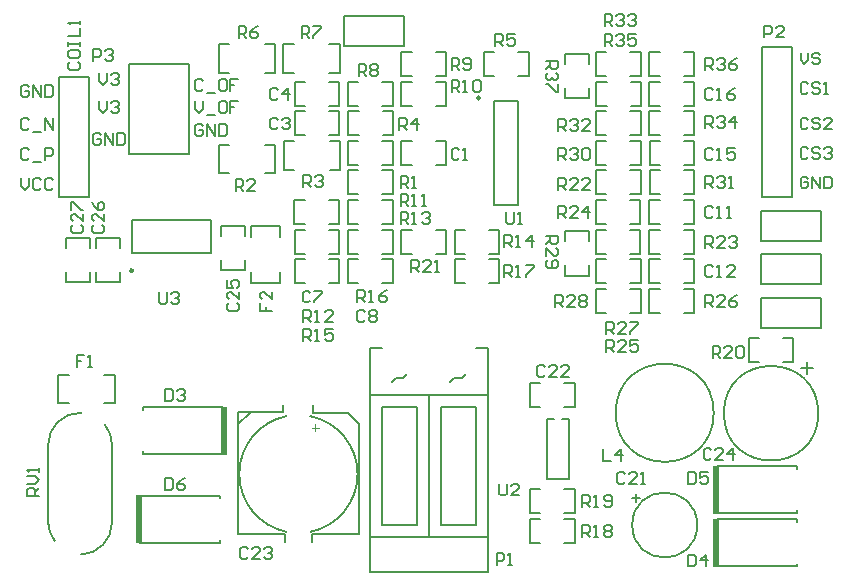
<source format=gto>
G04 Layer_Color=65535*
%FSLAX44Y44*%
%MOMM*%
G71*
G01*
G75*
%ADD37C,0.1778*%
%ADD38C,0.2500*%
%ADD39C,0.2000*%
%ADD40C,0.1270*%
%ADD41C,0.1500*%
%ADD42C,0.1016*%
%ADD43R,0.5080X4.1656*%
D37*
X680080Y134620D02*
G03*
X680080Y134620I-40000J0D01*
G01*
X591500Y135000D02*
G03*
X591500Y135000I-41500J0D01*
G01*
X465720Y401364D02*
Y410000D01*
Y401364D02*
X475880D01*
X486040D01*
Y410000D01*
Y430320D02*
Y438956D01*
X475880D02*
X486040D01*
X465720D02*
X475880D01*
X465720Y430320D02*
Y438956D01*
X566040Y419840D02*
X574676D01*
Y430000D01*
Y440160D01*
X566040D02*
X574676D01*
X537084D02*
X545720D01*
X537084Y430000D02*
Y440160D01*
Y419840D02*
Y430000D01*
Y419840D02*
X545720D01*
X621284Y198120D02*
X629920D01*
X621284Y187960D02*
Y198120D01*
Y177800D02*
Y187960D01*
Y177800D02*
X629920D01*
X650240D02*
X658876D01*
Y187960D01*
Y198120D01*
X650240D02*
X658876D01*
X436204Y70160D02*
X444840D01*
X436204Y60000D02*
Y70160D01*
Y49840D02*
Y60000D01*
Y49840D02*
X444840D01*
X465160D02*
X473796D01*
Y60000D01*
Y70160D01*
X465160D02*
X473796D01*
X465160Y24840D02*
X473796D01*
Y35000D01*
Y45160D01*
X465160D02*
X473796D01*
X436204D02*
X444840D01*
X436204Y35000D02*
Y45160D01*
Y24840D02*
Y35000D01*
Y24840D02*
X444840D01*
X75500Y142900D02*
X84500D01*
Y167100D01*
X75500D02*
X84500D01*
X36500D02*
X45500D01*
X36500Y142900D02*
Y167100D01*
Y142900D02*
X45500D01*
X661750Y50061D02*
Y52346D01*
X593932Y50061D02*
X661750D01*
X593932Y89939D02*
X661750D01*
Y87654D02*
Y89939D01*
Y5061D02*
Y7346D01*
X593932Y5061D02*
X661750D01*
X593932Y44939D02*
X661750D01*
Y42654D02*
Y44939D01*
X108250Y137654D02*
Y139939D01*
X176068D01*
X108250Y100061D02*
X176068D01*
X108250D02*
Y102346D01*
X63500Y274320D02*
Y282956D01*
X53340D02*
X63500D01*
X43180D02*
X53340D01*
X43180Y274320D02*
Y282956D01*
Y245364D02*
Y254000D01*
Y245364D02*
X53340D01*
X63500D01*
Y254000D01*
X88900Y274320D02*
Y282956D01*
X78740D02*
X88900D01*
X68580D02*
X78740D01*
X68580Y274320D02*
Y282956D01*
Y245364D02*
Y254000D01*
Y245364D02*
X78740D01*
X88900D01*
Y254000D01*
X173990Y255524D02*
Y264160D01*
Y255524D02*
X184150D01*
X194310D01*
Y264160D01*
Y284480D02*
Y293116D01*
X184150D02*
X194310D01*
X173990D02*
X184150D01*
X173990Y284480D02*
Y293116D01*
X436204Y160160D02*
X444840D01*
X436204Y150000D02*
Y160160D01*
Y139840D02*
Y150000D01*
Y139840D02*
X444840D01*
X465160D02*
X473796D01*
Y150000D01*
Y160160D01*
X465160D02*
X473796D01*
X537084Y415160D02*
X545720D01*
X537084Y405000D02*
Y415160D01*
Y394840D02*
Y405000D01*
Y394840D02*
X545720D01*
X566040D02*
X574676D01*
Y405000D01*
Y415160D01*
X566040D02*
X574676D01*
X537244Y365160D02*
X545880D01*
X537244Y355000D02*
Y365160D01*
Y344840D02*
Y355000D01*
Y344840D02*
X545880D01*
X566200D02*
X574836D01*
Y355000D01*
Y365160D01*
X566200D02*
X574836D01*
X265430Y294640D02*
X274066D01*
Y304800D01*
Y314960D01*
X265430D02*
X274066D01*
X236474D02*
X245110D01*
X236474Y304800D02*
Y314960D01*
Y294640D02*
Y304800D01*
Y294640D02*
X245110D01*
X521200Y394840D02*
X529836D01*
Y405000D01*
Y415160D01*
X521200D02*
X529836D01*
X492244D02*
X500880D01*
X492244Y405000D02*
Y415160D01*
Y394840D02*
Y405000D01*
Y394840D02*
X500880D01*
X566040Y369840D02*
X574676D01*
Y380000D01*
Y390160D01*
X566040D02*
X574676D01*
X537084D02*
X545720D01*
X537084Y380000D02*
Y390160D01*
Y369840D02*
Y380000D01*
Y369840D02*
X545720D01*
X492084Y440160D02*
X500720D01*
X492084Y430000D02*
Y440160D01*
Y419840D02*
Y430000D01*
Y419840D02*
X500720D01*
X521040D02*
X529676D01*
Y430000D01*
Y440160D01*
X521040D02*
X529676D01*
X521040Y369840D02*
X529676D01*
Y380000D01*
Y390160D01*
X521040D02*
X529676D01*
X492084D02*
X500720D01*
X492084Y380000D02*
Y390160D01*
Y369840D02*
Y380000D01*
Y369840D02*
X500720D01*
X566200Y319840D02*
X574836D01*
Y330000D01*
Y340160D01*
X566200D02*
X574836D01*
X537244D02*
X545880D01*
X537244Y330000D02*
Y340160D01*
Y319840D02*
Y330000D01*
Y319840D02*
X545880D01*
X521040Y344840D02*
X529676D01*
Y355000D01*
Y365160D01*
X521040D02*
X529676D01*
X492084D02*
X500720D01*
X492084Y355000D02*
Y365160D01*
Y344840D02*
Y355000D01*
Y344840D02*
X500720D01*
X486040Y280160D02*
Y288796D01*
X475880D02*
X486040D01*
X465720D02*
X475880D01*
X465720Y280160D02*
Y288796D01*
Y251204D02*
Y259840D01*
Y251204D02*
X475880D01*
X486040D01*
Y259840D01*
X492084Y240160D02*
X500720D01*
X492084Y230000D02*
Y240160D01*
Y219840D02*
Y230000D01*
Y219840D02*
X500720D01*
X521040D02*
X529676D01*
Y230000D01*
Y240160D01*
X521040D02*
X529676D01*
X520880Y269840D02*
X529516D01*
Y280000D01*
Y290160D01*
X520880D02*
X529516D01*
X491924D02*
X500560D01*
X491924Y280000D02*
Y290160D01*
Y269840D02*
Y280000D01*
Y269840D02*
X500560D01*
X566040Y219840D02*
X574676D01*
Y230000D01*
Y240160D01*
X566040D02*
X574676D01*
X537084D02*
X545720D01*
X537084Y230000D02*
Y240160D01*
Y219840D02*
Y230000D01*
Y219840D02*
X545720D01*
X492084Y265160D02*
X500720D01*
X492084Y255000D02*
Y265160D01*
Y244840D02*
Y255000D01*
Y244840D02*
X500720D01*
X521040D02*
X529676D01*
Y255000D01*
Y265160D01*
X521040D02*
X529676D01*
X520880Y294840D02*
X529516D01*
Y305000D01*
Y315160D01*
X520880D02*
X529516D01*
X491924D02*
X500560D01*
X491924Y305000D02*
Y315160D01*
Y294840D02*
Y305000D01*
Y294840D02*
X500560D01*
X566040Y269840D02*
X574676D01*
Y280000D01*
Y290160D01*
X566040D02*
X574676D01*
X537084D02*
X545720D01*
X537084Y280000D02*
Y290160D01*
Y269840D02*
Y280000D01*
Y269840D02*
X545720D01*
X521040Y319840D02*
X529676D01*
Y330000D01*
Y340160D01*
X521040D02*
X529676D01*
X492084D02*
X500720D01*
X492084Y330000D02*
Y340160D01*
Y319840D02*
Y330000D01*
Y319840D02*
X500720D01*
X327084Y290160D02*
X335720D01*
X327084Y280000D02*
Y290160D01*
Y269840D02*
Y280000D01*
Y269840D02*
X335720D01*
X356040D02*
X364676D01*
Y280000D01*
Y290160D01*
X356040D02*
X364676D01*
X372084Y265160D02*
X380720D01*
X372084Y255000D02*
Y265160D01*
Y244840D02*
Y255000D01*
Y244840D02*
X380720D01*
X401040D02*
X409676D01*
Y255000D01*
Y265160D01*
X401040D02*
X409676D01*
X282084Y290160D02*
X290720D01*
X282084Y280000D02*
Y290160D01*
Y269840D02*
Y280000D01*
Y269840D02*
X290720D01*
X311040D02*
X319676D01*
Y280000D01*
Y290160D01*
X311040D02*
X319676D01*
X372084D02*
X380720D01*
X372084Y280000D02*
Y290160D01*
Y269840D02*
Y280000D01*
Y269840D02*
X380720D01*
X401040D02*
X409676D01*
Y280000D01*
Y290160D01*
X401040D02*
X409676D01*
X282084Y315160D02*
X290720D01*
X282084Y305000D02*
Y315160D01*
Y294840D02*
Y305000D01*
Y294840D02*
X290720D01*
X311040D02*
X319676D01*
Y305000D01*
Y315160D01*
X311040D02*
X319676D01*
X236924Y290160D02*
X245560D01*
X236924Y280000D02*
Y290160D01*
Y269840D02*
Y280000D01*
Y269840D02*
X245560D01*
X265880D02*
X274516D01*
Y280000D01*
Y290160D01*
X265880D02*
X274516D01*
X282084Y340160D02*
X290720D01*
X282084Y330000D02*
Y340160D01*
Y319840D02*
Y330000D01*
Y319840D02*
X290720D01*
X311040D02*
X319676D01*
Y330000D01*
Y340160D01*
X311040D02*
X319676D01*
X327084Y415160D02*
X335720D01*
X327084Y405000D02*
Y415160D01*
Y394840D02*
Y405000D01*
Y394840D02*
X335720D01*
X356040D02*
X364676D01*
Y405000D01*
Y415160D01*
X356040D02*
X364676D01*
X327084Y440160D02*
X335720D01*
X327084Y430000D02*
Y440160D01*
Y419840D02*
Y430000D01*
Y419840D02*
X335720D01*
X356040D02*
X364676D01*
Y430000D01*
Y440160D01*
X356040D02*
X364676D01*
X282084Y415160D02*
X290720D01*
X282084Y405000D02*
Y415160D01*
Y394840D02*
Y405000D01*
Y394840D02*
X290720D01*
X311040D02*
X319676D01*
Y405000D01*
Y415160D01*
X311040D02*
X319676D01*
X226880Y447100D02*
X235880D01*
X226880Y422900D02*
Y447100D01*
Y422900D02*
X235880D01*
X265880D02*
X274880D01*
Y447100D01*
X265880D02*
X274880D01*
X172380D02*
X181380D01*
X172380Y422900D02*
Y447100D01*
Y422900D02*
X181380D01*
X211380D02*
X220380D01*
Y447100D01*
X211380D02*
X220380D01*
X397244Y440160D02*
X405880D01*
X397244Y430000D02*
Y440160D01*
Y419840D02*
Y430000D01*
Y419840D02*
X405880D01*
X426200D02*
X434836D01*
Y430000D01*
Y440160D01*
X426200D02*
X434836D01*
X282244Y390160D02*
X290880D01*
X282244Y380000D02*
Y390160D01*
Y369840D02*
Y380000D01*
Y369840D02*
X290880D01*
X311200D02*
X319836D01*
Y380000D01*
Y390160D01*
X311200D02*
X319836D01*
X227460Y365160D02*
X236460D01*
X227460Y340960D02*
Y365160D01*
Y340960D02*
X236460D01*
X266460D02*
X275460D01*
Y365160D01*
X266460D02*
X275460D01*
X172380Y362100D02*
X181380D01*
X172380Y337900D02*
Y362100D01*
Y337900D02*
X181380D01*
X211380D02*
X220380D01*
Y362100D01*
X211380D02*
X220380D01*
X282084Y365160D02*
X290720D01*
X282084Y355000D02*
Y365160D01*
Y344840D02*
Y355000D01*
Y344840D02*
X290720D01*
X311040D02*
X319676D01*
Y355000D01*
Y365160D01*
X311040D02*
X319676D01*
X537084Y265160D02*
X545720D01*
X537084Y255000D02*
Y265160D01*
Y244840D02*
Y255000D01*
Y244840D02*
X545720D01*
X566040D02*
X574676D01*
Y255000D01*
Y265160D01*
X566040D02*
X574676D01*
X537084Y315160D02*
X545720D01*
X537084Y305000D02*
Y315160D01*
Y294840D02*
Y305000D01*
Y294840D02*
X545720D01*
X566040D02*
X574676D01*
Y305000D01*
Y315160D01*
X566040D02*
X574676D01*
X282084Y265160D02*
X290720D01*
X282084Y255000D02*
Y265160D01*
Y244840D02*
Y255000D01*
Y244840D02*
X290720D01*
X311040D02*
X319676D01*
Y255000D01*
Y265160D01*
X311040D02*
X319676D01*
X266040Y394840D02*
X274676D01*
Y405000D01*
Y415160D01*
X266040D02*
X274676D01*
X237084D02*
X245720D01*
X237084Y405000D02*
Y415160D01*
Y394840D02*
Y405000D01*
Y394840D02*
X245720D01*
X265880Y369840D02*
X274516D01*
Y380000D01*
Y390160D01*
X265880D02*
X274516D01*
X236924D02*
X245560D01*
X236924Y380000D02*
Y390160D01*
Y369840D02*
Y380000D01*
Y369840D02*
X245560D01*
X356040Y344840D02*
X364676D01*
Y355000D01*
Y365160D01*
X356040D02*
X364676D01*
X327084D02*
X335720D01*
X327084Y355000D02*
Y365160D01*
Y344840D02*
Y355000D01*
Y344840D02*
X335720D01*
X236924Y265160D02*
X245560D01*
X236924Y255000D02*
Y265160D01*
Y244840D02*
Y255000D01*
Y244840D02*
X245560D01*
X265880D02*
X274516D01*
Y255000D01*
Y265160D01*
X265880D02*
X274516D01*
X199990Y245240D02*
Y254240D01*
Y245240D02*
X224190D01*
Y254240D01*
Y284240D02*
Y293240D01*
X199990D02*
X224190D01*
X199990Y284240D02*
Y293240D01*
X173850Y25061D02*
Y27346D01*
X106032Y25061D02*
X173850D01*
X106032Y64939D02*
X173850D01*
Y62654D02*
Y64939D01*
X522060Y62858D02*
X528831D01*
X525446Y66244D02*
Y59473D01*
D38*
X393630Y401600D02*
G03*
X393630Y401600I-1250J0D01*
G01*
X99830Y255480D02*
G03*
X99830Y255480I-1250J0D01*
G01*
D39*
X577500Y40000D02*
G03*
X577500Y40000I-27500J0D01*
G01*
X28000Y42000D02*
G03*
X33530Y26640I26980J1038D01*
G01*
X56038Y15020D02*
G03*
X82000Y42000I-1038J26980D01*
G01*
Y108000D02*
G03*
X75986Y124988I-27000J0D01*
G01*
X55999Y134981D02*
G03*
X28000Y108000I-999J-26981D01*
G01*
X681990Y243840D02*
Y269240D01*
X631190Y243840D02*
X681990D01*
X631190D02*
Y269240D01*
X681990D01*
Y280670D02*
Y306070D01*
X631190Y280670D02*
X681990D01*
X631190D02*
Y306070D01*
X681990D01*
X278130Y445770D02*
Y471170D01*
X328930D01*
Y445770D02*
Y471170D01*
X278130Y445770D02*
X328930D01*
X405880Y311000D02*
X425880D01*
X405880Y399000D02*
X425880D01*
Y311000D02*
Y399000D01*
X405880Y311000D02*
Y399000D01*
X681990Y207010D02*
Y232410D01*
X631190Y207010D02*
X681990D01*
X631190D02*
Y232410D01*
X681990D01*
X36830Y418900D02*
X62230D01*
Y317300D02*
Y418900D01*
X36830Y317300D02*
Y418900D01*
Y317300D02*
X62230D01*
X632300Y444300D02*
X657700D01*
Y317300D02*
Y444300D01*
X632300Y317300D02*
Y444300D01*
Y317300D02*
X657700D01*
X96520Y354330D02*
Y403013D01*
Y354330D02*
Y430530D01*
X147320Y354330D02*
Y430530D01*
X96520D02*
X147320D01*
X96520Y354330D02*
X147320D01*
X462675Y129450D02*
X469290D01*
Y78650D02*
Y129450D01*
X450240Y78650D02*
X469290D01*
X450240D02*
Y129450D01*
X456325D01*
X98580Y270480D02*
X165580D01*
X98580Y298480D02*
X165580D01*
X98580Y270480D02*
Y298480D01*
X165580Y270480D02*
Y298480D01*
X82000Y42000D02*
Y108000D01*
X28000Y42000D02*
Y108000D01*
X368300Y161441D02*
X371632Y164774D01*
X378297D01*
X381629Y168106D01*
X318770Y161441D02*
X322102Y164774D01*
X328767D01*
X332099Y168106D01*
D40*
X249806Y34151D02*
G03*
X249806Y132209I-9806J49029D01*
G01*
X230000Y132238D02*
G03*
X230000Y34180I9806J-49029D01*
G01*
X300400Y30000D02*
X400400D01*
X350400D02*
Y150000D01*
X390400Y190000D02*
X400400D01*
X300400D02*
X310400D01*
X300400Y0D02*
Y190000D01*
Y0D02*
X400400D01*
Y190000D01*
X300400Y150000D02*
X400400D01*
X310400Y40000D02*
Y140000D01*
X340400D01*
Y40000D02*
Y140000D01*
X310400Y40000D02*
X340400D01*
X360400D02*
X390400D01*
Y140000D01*
X360400D02*
X390400D01*
X360400Y40000D02*
Y140000D01*
X188500Y32430D02*
Y135430D01*
X188500Y135430D01*
X227250D01*
X198500D02*
X227250D01*
X207000Y135430D02*
X207000Y135430D01*
X227250D01*
X188500Y125180D02*
X198500Y135180D01*
X213500Y135430D02*
X227250D01*
X228250Y25680D02*
Y32430D01*
X281500Y135180D02*
X291500Y125180D01*
X252250Y135180D02*
X281500D01*
X227250Y135430D02*
Y141930D01*
X252250Y135430D02*
Y141930D01*
X188500Y32430D02*
X228250D01*
X228250Y32430D01*
X291500D02*
Y125180D01*
X251750Y25430D02*
Y32430D01*
X291500D01*
X197164Y19761D02*
X195498Y21427D01*
X192166D01*
X190500Y19761D01*
Y13096D01*
X192166Y11430D01*
X195498D01*
X197164Y13096D01*
X207161Y11430D02*
X200497D01*
X207161Y18095D01*
Y19761D01*
X205495Y21427D01*
X202163D01*
X200497Y19761D01*
X210494D02*
X212160Y21427D01*
X215492D01*
X217158Y19761D01*
Y18095D01*
X215492Y16428D01*
X213826D01*
X215492D01*
X217158Y14762D01*
Y13096D01*
X215492Y11430D01*
X212160D01*
X210494Y13096D01*
X497840Y103977D02*
Y93980D01*
X504505D01*
X512835D02*
Y103977D01*
X507837Y98978D01*
X514501D01*
X376235Y357581D02*
X374568Y359247D01*
X371236D01*
X369570Y357581D01*
Y350916D01*
X371236Y349250D01*
X374568D01*
X376235Y350916D01*
X379567Y349250D02*
X382899D01*
X381233D01*
Y359247D01*
X379567Y357581D01*
X222544Y383331D02*
X220878Y384997D01*
X217546D01*
X215880Y383331D01*
Y376666D01*
X217546Y375000D01*
X220878D01*
X222544Y376666D01*
X225877Y383331D02*
X227543Y384997D01*
X230875D01*
X232541Y383331D01*
Y381665D01*
X230875Y379998D01*
X229209D01*
X230875D01*
X232541Y378332D01*
Y376666D01*
X230875Y375000D01*
X227543D01*
X225877Y376666D01*
X222544Y408331D02*
X220878Y409997D01*
X217546D01*
X215880Y408331D01*
Y401666D01*
X217546Y400000D01*
X220878D01*
X222544Y401666D01*
X230875Y400000D02*
Y409997D01*
X225877Y404998D01*
X232541D01*
X296224Y220421D02*
X294558Y222087D01*
X291226D01*
X289560Y220421D01*
Y213756D01*
X291226Y212090D01*
X294558D01*
X296224Y213756D01*
X299557Y220421D02*
X301223Y222087D01*
X304555D01*
X306221Y220421D01*
Y218755D01*
X304555Y217088D01*
X306221Y215422D01*
Y213756D01*
X304555Y212090D01*
X301223D01*
X299557Y213756D01*
Y215422D01*
X301223Y217088D01*
X299557Y218755D01*
Y220421D01*
X301223Y217088D02*
X304555D01*
X590864Y308051D02*
X589198Y309717D01*
X585866D01*
X584200Y308051D01*
Y301386D01*
X585866Y299720D01*
X589198D01*
X590864Y301386D01*
X594197Y299720D02*
X597529D01*
X595863D01*
Y309717D01*
X594197Y308051D01*
X602527Y299720D02*
X605860D01*
X604194D01*
Y309717D01*
X602527Y308051D01*
X590864Y258521D02*
X589198Y260187D01*
X585866D01*
X584200Y258521D01*
Y251856D01*
X585866Y250190D01*
X589198D01*
X590864Y251856D01*
X594197Y250190D02*
X597529D01*
X595863D01*
Y260187D01*
X594197Y258521D01*
X609192Y250190D02*
X602527D01*
X609192Y256854D01*
Y258521D01*
X607526Y260187D01*
X604194D01*
X602527Y258521D01*
X46279Y432114D02*
X44613Y430448D01*
Y427116D01*
X46279Y425450D01*
X52944D01*
X54610Y427116D01*
Y430448D01*
X52944Y432114D01*
X44613Y440445D02*
Y437113D01*
X46279Y435447D01*
X52944D01*
X54610Y437113D01*
Y440445D01*
X52944Y442111D01*
X46279D01*
X44613Y440445D01*
Y445444D02*
Y448776D01*
Y447110D01*
X54610D01*
Y445444D01*
Y448776D01*
X44613Y453774D02*
X54610D01*
Y460439D01*
Y463771D02*
Y467103D01*
Y465437D01*
X44613D01*
X46279Y463771D01*
X326390Y325120D02*
Y335117D01*
X331388D01*
X333055Y333451D01*
Y330118D01*
X331388Y328452D01*
X326390D01*
X329722D02*
X333055Y325120D01*
X336387D02*
X339719D01*
X338053D01*
Y335117D01*
X336387Y333451D01*
X186690Y322580D02*
Y332577D01*
X191688D01*
X193354Y330911D01*
Y327578D01*
X191688Y325912D01*
X186690D01*
X190022D02*
X193354Y322580D01*
X203351D02*
X196687D01*
X203351Y329244D01*
Y330911D01*
X201685Y332577D01*
X198353D01*
X196687Y330911D01*
X243840Y326390D02*
Y336387D01*
X248838D01*
X250504Y334721D01*
Y331388D01*
X248838Y329722D01*
X243840D01*
X247172D02*
X250504Y326390D01*
X253837Y334721D02*
X255503Y336387D01*
X258835D01*
X260501Y334721D01*
Y333055D01*
X258835Y331388D01*
X257169D01*
X258835D01*
X260501Y329722D01*
Y328056D01*
X258835Y326390D01*
X255503D01*
X253837Y328056D01*
X325120Y374650D02*
Y384647D01*
X330118D01*
X331785Y382981D01*
Y379648D01*
X330118Y377982D01*
X325120D01*
X328452D02*
X331785Y374650D01*
X340115D02*
Y384647D01*
X335117Y379648D01*
X341781D01*
X406400Y445770D02*
Y455767D01*
X411398D01*
X413064Y454101D01*
Y450768D01*
X411398Y449102D01*
X406400D01*
X409732D02*
X413064Y445770D01*
X423061Y455767D02*
X416397D01*
Y450768D01*
X419729Y452435D01*
X421395D01*
X423061Y450768D01*
Y447436D01*
X421395Y445770D01*
X418063D01*
X416397Y447436D01*
X189230Y452120D02*
Y462117D01*
X194228D01*
X195895Y460451D01*
Y457118D01*
X194228Y455452D01*
X189230D01*
X192562D02*
X195895Y452120D01*
X205891Y462117D02*
X202559Y460451D01*
X199227Y457118D01*
Y453786D01*
X200893Y452120D01*
X204225D01*
X205891Y453786D01*
Y455452D01*
X204225Y457118D01*
X199227D01*
X242570Y452120D02*
Y462117D01*
X247568D01*
X249235Y460451D01*
Y457118D01*
X247568Y455452D01*
X242570D01*
X245902D02*
X249235Y452120D01*
X252567Y462117D02*
X259231D01*
Y460451D01*
X252567Y453786D01*
Y452120D01*
X290830Y420370D02*
Y430367D01*
X295828D01*
X297495Y428701D01*
Y425368D01*
X295828Y423702D01*
X290830D01*
X294162D02*
X297495Y420370D01*
X300827Y428701D02*
X302493Y430367D01*
X305825D01*
X307491Y428701D01*
Y427034D01*
X305825Y425368D01*
X307491Y423702D01*
Y422036D01*
X305825Y420370D01*
X302493D01*
X300827Y422036D01*
Y423702D01*
X302493Y425368D01*
X300827Y427034D01*
Y428701D01*
X302493Y425368D02*
X305825D01*
X369570Y425450D02*
Y435447D01*
X374568D01*
X376235Y433781D01*
Y430448D01*
X374568Y428782D01*
X369570D01*
X372902D02*
X376235Y425450D01*
X379567Y427116D02*
X381233Y425450D01*
X384565D01*
X386231Y427116D01*
Y433781D01*
X384565Y435447D01*
X381233D01*
X379567Y433781D01*
Y432114D01*
X381233Y430448D01*
X386231D01*
X369570Y406400D02*
Y416397D01*
X374568D01*
X376235Y414731D01*
Y411398D01*
X374568Y409732D01*
X369570D01*
X372902D02*
X376235Y406400D01*
X379567D02*
X382899D01*
X381233D01*
Y416397D01*
X379567Y414731D01*
X387897D02*
X389564Y416397D01*
X392896D01*
X394562Y414731D01*
Y408066D01*
X392896Y406400D01*
X389564D01*
X387897Y408066D01*
Y414731D01*
X326390Y309880D02*
Y319877D01*
X331388D01*
X333055Y318211D01*
Y314878D01*
X331388Y313212D01*
X326390D01*
X329722D02*
X333055Y309880D01*
X336387D02*
X339719D01*
X338053D01*
Y319877D01*
X336387Y318211D01*
X344717Y309880D02*
X348050D01*
X346384D01*
Y319877D01*
X344717Y318211D01*
X243840Y212090D02*
Y222087D01*
X248838D01*
X250504Y220421D01*
Y217088D01*
X248838Y215422D01*
X243840D01*
X247172D02*
X250504Y212090D01*
X253837D02*
X257169D01*
X255503D01*
Y222087D01*
X253837Y220421D01*
X268832Y212090D02*
X262167D01*
X268832Y218755D01*
Y220421D01*
X267166Y222087D01*
X263834D01*
X262167Y220421D01*
X326390Y294640D02*
Y304637D01*
X331388D01*
X333055Y302971D01*
Y299638D01*
X331388Y297972D01*
X326390D01*
X329722D02*
X333055Y294640D01*
X336387D02*
X339719D01*
X338053D01*
Y304637D01*
X336387Y302971D01*
X344717D02*
X346384Y304637D01*
X349716D01*
X351382Y302971D01*
Y301304D01*
X349716Y299638D01*
X348050D01*
X349716D01*
X351382Y297972D01*
Y296306D01*
X349716Y294640D01*
X346384D01*
X344717Y296306D01*
X414020Y275590D02*
Y285587D01*
X419018D01*
X420685Y283921D01*
Y280588D01*
X419018Y278922D01*
X414020D01*
X417352D02*
X420685Y275590D01*
X424017D02*
X427349D01*
X425683D01*
Y285587D01*
X424017Y283921D01*
X437346Y275590D02*
Y285587D01*
X432347Y280588D01*
X439012D01*
X289560Y228600D02*
Y238597D01*
X294558D01*
X296224Y236931D01*
Y233598D01*
X294558Y231932D01*
X289560D01*
X292892D02*
X296224Y228600D01*
X299557D02*
X302889D01*
X301223D01*
Y238597D01*
X299557Y236931D01*
X314552Y238597D02*
X311220Y236931D01*
X307887Y233598D01*
Y230266D01*
X309554Y228600D01*
X312886D01*
X314552Y230266D01*
Y231932D01*
X312886Y233598D01*
X307887D01*
X414020Y250190D02*
Y260187D01*
X419018D01*
X420685Y258521D01*
Y255188D01*
X419018Y253522D01*
X414020D01*
X417352D02*
X420685Y250190D01*
X424017D02*
X427349D01*
X425683D01*
Y260187D01*
X424017Y258521D01*
X432347Y260187D02*
X439012D01*
Y258521D01*
X432347Y251856D01*
Y250190D01*
X335280Y254000D02*
Y263997D01*
X340278D01*
X341945Y262331D01*
Y258998D01*
X340278Y257332D01*
X335280D01*
X338612D02*
X341945Y254000D01*
X351941D02*
X345277D01*
X351941Y260665D01*
Y262331D01*
X350275Y263997D01*
X346943D01*
X345277Y262331D01*
X355274Y254000D02*
X358606D01*
X356940D01*
Y263997D01*
X355274Y262331D01*
X459740Y323850D02*
Y333847D01*
X464738D01*
X466404Y332181D01*
Y328848D01*
X464738Y327182D01*
X459740D01*
X463072D02*
X466404Y323850D01*
X476401D02*
X469737D01*
X476401Y330514D01*
Y332181D01*
X474735Y333847D01*
X471403D01*
X469737Y332181D01*
X486398Y323850D02*
X479734D01*
X486398Y330514D01*
Y332181D01*
X484732Y333847D01*
X481400D01*
X479734Y332181D01*
X584200Y274320D02*
Y284317D01*
X589198D01*
X590864Y282651D01*
Y279318D01*
X589198Y277652D01*
X584200D01*
X587532D02*
X590864Y274320D01*
X600861D02*
X594197D01*
X600861Y280984D01*
Y282651D01*
X599195Y284317D01*
X595863D01*
X594197Y282651D01*
X604194D02*
X605860Y284317D01*
X609192D01*
X610858Y282651D01*
Y280984D01*
X609192Y279318D01*
X607526D01*
X609192D01*
X610858Y277652D01*
Y275986D01*
X609192Y274320D01*
X605860D01*
X604194Y275986D01*
X459740Y299720D02*
Y309717D01*
X464738D01*
X466404Y308051D01*
Y304718D01*
X464738Y303052D01*
X459740D01*
X463072D02*
X466404Y299720D01*
X476401D02*
X469737D01*
X476401Y306385D01*
Y308051D01*
X474735Y309717D01*
X471403D01*
X469737Y308051D01*
X484732Y299720D02*
Y309717D01*
X479734Y304718D01*
X486398D01*
X500380Y186690D02*
Y196687D01*
X505378D01*
X507044Y195021D01*
Y191688D01*
X505378Y190022D01*
X500380D01*
X503712D02*
X507044Y186690D01*
X517041D02*
X510377D01*
X517041Y193354D01*
Y195021D01*
X515375Y196687D01*
X512043D01*
X510377Y195021D01*
X527038Y196687D02*
X520374D01*
Y191688D01*
X523706Y193354D01*
X525372D01*
X527038Y191688D01*
Y188356D01*
X525372Y186690D01*
X522040D01*
X520374Y188356D01*
X584200Y224790D02*
Y234787D01*
X589198D01*
X590864Y233121D01*
Y229788D01*
X589198Y228122D01*
X584200D01*
X587532D02*
X590864Y224790D01*
X600861D02*
X594197D01*
X600861Y231455D01*
Y233121D01*
X599195Y234787D01*
X595863D01*
X594197Y233121D01*
X610858Y234787D02*
X607526Y233121D01*
X604194Y229788D01*
Y226456D01*
X605860Y224790D01*
X609192D01*
X610858Y226456D01*
Y228122D01*
X609192Y229788D01*
X604194D01*
X500380Y201930D02*
Y211927D01*
X505378D01*
X507044Y210261D01*
Y206928D01*
X505378Y205262D01*
X500380D01*
X503712D02*
X507044Y201930D01*
X517041D02*
X510377D01*
X517041Y208594D01*
Y210261D01*
X515375Y211927D01*
X512043D01*
X510377Y210261D01*
X520374Y211927D02*
X527038D01*
Y210261D01*
X520374Y203596D01*
Y201930D01*
X457200Y224790D02*
Y234787D01*
X462198D01*
X463865Y233121D01*
Y229788D01*
X462198Y228122D01*
X457200D01*
X460532D02*
X463865Y224790D01*
X473861D02*
X467197D01*
X473861Y231455D01*
Y233121D01*
X472195Y234787D01*
X468863D01*
X467197Y233121D01*
X477194D02*
X478860Y234787D01*
X482192D01*
X483858Y233121D01*
Y231455D01*
X482192Y229788D01*
X483858Y228122D01*
Y226456D01*
X482192Y224790D01*
X478860D01*
X477194Y226456D01*
Y228122D01*
X478860Y229788D01*
X477194Y231455D01*
Y233121D01*
X478860Y229788D02*
X482192D01*
X449580Y284480D02*
X459577D01*
Y279482D01*
X457911Y277815D01*
X454578D01*
X452912Y279482D01*
Y284480D01*
Y281148D02*
X449580Y277815D01*
Y267819D02*
Y274483D01*
X456245Y267819D01*
X457911D01*
X459577Y269485D01*
Y272817D01*
X457911Y274483D01*
X451246Y264486D02*
X449580Y262820D01*
Y259488D01*
X451246Y257822D01*
X457911D01*
X459577Y259488D01*
Y262820D01*
X457911Y264486D01*
X456245D01*
X454578Y262820D01*
Y257822D01*
X459740Y349250D02*
Y359247D01*
X464738D01*
X466404Y357581D01*
Y354248D01*
X464738Y352582D01*
X459740D01*
X463072D02*
X466404Y349250D01*
X469737Y357581D02*
X471403Y359247D01*
X474735D01*
X476401Y357581D01*
Y355914D01*
X474735Y354248D01*
X473069D01*
X474735D01*
X476401Y352582D01*
Y350916D01*
X474735Y349250D01*
X471403D01*
X469737Y350916D01*
X479734Y357581D02*
X481400Y359247D01*
X484732D01*
X486398Y357581D01*
Y350916D01*
X484732Y349250D01*
X481400D01*
X479734Y350916D01*
Y357581D01*
X584200Y325120D02*
Y335117D01*
X589198D01*
X590864Y333451D01*
Y330118D01*
X589198Y328452D01*
X584200D01*
X587532D02*
X590864Y325120D01*
X594197Y333451D02*
X595863Y335117D01*
X599195D01*
X600861Y333451D01*
Y331785D01*
X599195Y330118D01*
X597529D01*
X599195D01*
X600861Y328452D01*
Y326786D01*
X599195Y325120D01*
X595863D01*
X594197Y326786D01*
X604194Y325120D02*
X607526D01*
X605860D01*
Y335117D01*
X604194Y333451D01*
X459740Y373380D02*
Y383377D01*
X464738D01*
X466404Y381711D01*
Y378378D01*
X464738Y376712D01*
X459740D01*
X463072D02*
X466404Y373380D01*
X469737Y381711D02*
X471403Y383377D01*
X474735D01*
X476401Y381711D01*
Y380045D01*
X474735Y378378D01*
X473069D01*
X474735D01*
X476401Y376712D01*
Y375046D01*
X474735Y373380D01*
X471403D01*
X469737Y375046D01*
X486398Y373380D02*
X479734D01*
X486398Y380045D01*
Y381711D01*
X484732Y383377D01*
X481400D01*
X479734Y381711D01*
X499110Y462280D02*
Y472277D01*
X504108D01*
X505774Y470611D01*
Y467278D01*
X504108Y465612D01*
X499110D01*
X502442D02*
X505774Y462280D01*
X509107Y470611D02*
X510773Y472277D01*
X514105D01*
X515771Y470611D01*
Y468945D01*
X514105Y467278D01*
X512439D01*
X514105D01*
X515771Y465612D01*
Y463946D01*
X514105Y462280D01*
X510773D01*
X509107Y463946D01*
X519104Y470611D02*
X520770Y472277D01*
X524102D01*
X525768Y470611D01*
Y468945D01*
X524102Y467278D01*
X522436D01*
X524102D01*
X525768Y465612D01*
Y463946D01*
X524102Y462280D01*
X520770D01*
X519104Y463946D01*
X584200Y375920D02*
Y385917D01*
X589198D01*
X590864Y384251D01*
Y380918D01*
X589198Y379252D01*
X584200D01*
X587532D02*
X590864Y375920D01*
X594197Y384251D02*
X595863Y385917D01*
X599195D01*
X600861Y384251D01*
Y382584D01*
X599195Y380918D01*
X597529D01*
X599195D01*
X600861Y379252D01*
Y377586D01*
X599195Y375920D01*
X595863D01*
X594197Y377586D01*
X609192Y375920D02*
Y385917D01*
X604194Y380918D01*
X610858D01*
X499110Y445770D02*
Y455767D01*
X504108D01*
X505774Y454101D01*
Y450768D01*
X504108Y449102D01*
X499110D01*
X502442D02*
X505774Y445770D01*
X509107Y454101D02*
X510773Y455767D01*
X514105D01*
X515771Y454101D01*
Y452435D01*
X514105Y450768D01*
X512439D01*
X514105D01*
X515771Y449102D01*
Y447436D01*
X514105Y445770D01*
X510773D01*
X509107Y447436D01*
X525768Y455767D02*
X519104D01*
Y450768D01*
X522436Y452435D01*
X524102D01*
X525768Y450768D01*
Y447436D01*
X524102Y445770D01*
X520770D01*
X519104Y447436D01*
X415880Y304997D02*
Y296666D01*
X417546Y295000D01*
X420878D01*
X422545Y296666D01*
Y304997D01*
X425877Y295000D02*
X429209D01*
X427543D01*
Y304997D01*
X425877Y303331D01*
X250054Y236731D02*
X248388Y238397D01*
X245056D01*
X243390Y236731D01*
Y230066D01*
X245056Y228400D01*
X248388D01*
X250054Y230066D01*
X253387Y238397D02*
X260051D01*
Y236731D01*
X253387Y230066D01*
Y228400D01*
X590864Y357581D02*
X589198Y359247D01*
X585866D01*
X584200Y357581D01*
Y350916D01*
X585866Y349250D01*
X589198D01*
X590864Y350916D01*
X594197Y349250D02*
X597529D01*
X595863D01*
Y359247D01*
X594197Y357581D01*
X609192Y359247D02*
X602527D01*
Y354248D01*
X605860Y355914D01*
X607526D01*
X609192Y354248D01*
Y350916D01*
X607526Y349250D01*
X604194D01*
X602527Y350916D01*
X590864Y408381D02*
X589198Y410047D01*
X585866D01*
X584200Y408381D01*
Y401716D01*
X585866Y400050D01*
X589198D01*
X590864Y401716D01*
X594197Y400050D02*
X597529D01*
X595863D01*
Y410047D01*
X594197Y408381D01*
X609192Y410047D02*
X605860Y408381D01*
X602527Y405048D01*
Y401716D01*
X604194Y400050D01*
X607526D01*
X609192Y401716D01*
Y403382D01*
X607526Y405048D01*
X602527D01*
X516665Y83331D02*
X514998Y84997D01*
X511666D01*
X510000Y83331D01*
Y76666D01*
X511666Y75000D01*
X514998D01*
X516665Y76666D01*
X526661Y75000D02*
X519997D01*
X526661Y81664D01*
Y83331D01*
X524995Y84997D01*
X521663D01*
X519997Y83331D01*
X529994Y75000D02*
X533326D01*
X531660D01*
Y84997D01*
X529994Y83331D01*
X448624Y173431D02*
X446958Y175097D01*
X443626D01*
X441960Y173431D01*
Y166766D01*
X443626Y165100D01*
X446958D01*
X448624Y166766D01*
X458621Y165100D02*
X451957D01*
X458621Y171765D01*
Y173431D01*
X456955Y175097D01*
X453623D01*
X451957Y173431D01*
X468618Y165100D02*
X461954D01*
X468618Y171765D01*
Y173431D01*
X466952Y175097D01*
X463620D01*
X461954Y173431D01*
X589594Y103581D02*
X587928Y105247D01*
X584596D01*
X582930Y103581D01*
Y96916D01*
X584596Y95250D01*
X587928D01*
X589594Y96916D01*
X599591Y95250D02*
X592927D01*
X599591Y101915D01*
Y103581D01*
X597925Y105247D01*
X594593D01*
X592927Y103581D01*
X607922Y95250D02*
Y105247D01*
X602924Y100248D01*
X609588D01*
X180899Y227645D02*
X179233Y225978D01*
Y222646D01*
X180899Y220980D01*
X187564D01*
X189230Y222646D01*
Y225978D01*
X187564Y227645D01*
X189230Y237641D02*
Y230977D01*
X182565Y237641D01*
X180899D01*
X179233Y235975D01*
Y232643D01*
X180899Y230977D01*
X179233Y247638D02*
Y240974D01*
X184232D01*
X182565Y244306D01*
Y245972D01*
X184232Y247638D01*
X187564D01*
X189230Y245972D01*
Y242640D01*
X187564Y240974D01*
X66599Y293685D02*
X64933Y292018D01*
Y288686D01*
X66599Y287020D01*
X73264D01*
X74930Y288686D01*
Y292018D01*
X73264Y293685D01*
X74930Y303681D02*
Y297017D01*
X68266Y303681D01*
X66599D01*
X64933Y302015D01*
Y298683D01*
X66599Y297017D01*
X64933Y313678D02*
X66599Y310346D01*
X69932Y307014D01*
X73264D01*
X74930Y308680D01*
Y312012D01*
X73264Y313678D01*
X71598D01*
X69932Y312012D01*
Y307014D01*
X48819Y293685D02*
X47153Y292018D01*
Y288686D01*
X48819Y287020D01*
X55484D01*
X57150Y288686D01*
Y292018D01*
X55484Y293685D01*
X57150Y303681D02*
Y297017D01*
X50486Y303681D01*
X48819D01*
X47153Y302015D01*
Y298683D01*
X48819Y297017D01*
X47153Y307014D02*
Y313678D01*
X48819D01*
X55484Y307014D01*
X57150D01*
X127000Y154777D02*
Y144780D01*
X131998D01*
X133665Y146446D01*
Y153111D01*
X131998Y154777D01*
X127000D01*
X136997Y153111D02*
X138663Y154777D01*
X141995D01*
X143661Y153111D01*
Y151445D01*
X141995Y149778D01*
X140329D01*
X141995D01*
X143661Y148112D01*
Y146446D01*
X141995Y144780D01*
X138663D01*
X136997Y146446D01*
X570000Y14997D02*
Y5000D01*
X574998D01*
X576665Y6666D01*
Y13331D01*
X574998Y14997D01*
X570000D01*
X584995Y5000D02*
Y14997D01*
X579997Y9998D01*
X586661D01*
X570000Y84997D02*
Y75000D01*
X574998D01*
X576665Y76666D01*
Y83331D01*
X574998Y84997D01*
X570000D01*
X586661D02*
X579997D01*
Y79998D01*
X583329Y81664D01*
X584995D01*
X586661Y79998D01*
Y76666D01*
X584995Y75000D01*
X581663D01*
X579997Y76666D01*
X127100Y79997D02*
Y70000D01*
X132098D01*
X133764Y71666D01*
Y78331D01*
X132098Y79997D01*
X127100D01*
X143761D02*
X140429Y78331D01*
X137097Y74998D01*
Y71666D01*
X138763Y70000D01*
X142095D01*
X143761Y71666D01*
Y73332D01*
X142095Y74998D01*
X137097D01*
X58734Y183987D02*
X52070D01*
Y178988D01*
X55402D01*
X52070D01*
Y173990D01*
X62067D02*
X65399D01*
X63733D01*
Y183987D01*
X62067Y182321D01*
X207173Y227645D02*
Y220980D01*
X212172D01*
Y224312D01*
Y220980D01*
X217170D01*
Y237641D02*
Y230977D01*
X210506Y237641D01*
X208839D01*
X207173Y235975D01*
Y232643D01*
X208839Y230977D01*
X480000Y30000D02*
Y39997D01*
X484998D01*
X486665Y38331D01*
Y34998D01*
X484998Y33332D01*
X480000D01*
X483332D02*
X486665Y30000D01*
X489997D02*
X493329D01*
X491663D01*
Y39997D01*
X489997Y38331D01*
X498327D02*
X499994Y39997D01*
X503326D01*
X504992Y38331D01*
Y36665D01*
X503326Y34998D01*
X504992Y33332D01*
Y31666D01*
X503326Y30000D01*
X499994D01*
X498327Y31666D01*
Y33332D01*
X499994Y34998D01*
X498327Y36665D01*
Y38331D01*
X499994Y34998D02*
X503326D01*
X480000Y55000D02*
Y64997D01*
X484998D01*
X486665Y63331D01*
Y59998D01*
X484998Y58332D01*
X480000D01*
X483332D02*
X486665Y55000D01*
X489997D02*
X493329D01*
X491663D01*
Y64997D01*
X489997Y63331D01*
X498327Y56666D02*
X499994Y55000D01*
X503326D01*
X504992Y56666D01*
Y63331D01*
X503326Y64997D01*
X499994D01*
X498327Y63331D01*
Y61665D01*
X499994Y59998D01*
X504992D01*
X590550Y181610D02*
Y191607D01*
X595548D01*
X597215Y189941D01*
Y186608D01*
X595548Y184942D01*
X590550D01*
X593882D02*
X597215Y181610D01*
X607211D02*
X600547D01*
X607211Y188274D01*
Y189941D01*
X605545Y191607D01*
X602213D01*
X600547Y189941D01*
X610544D02*
X612210Y191607D01*
X615542D01*
X617208Y189941D01*
Y183276D01*
X615542Y181610D01*
X612210D01*
X610544Y183276D01*
Y189941D01*
X584200Y425450D02*
Y435447D01*
X589198D01*
X590864Y433781D01*
Y430448D01*
X589198Y428782D01*
X584200D01*
X587532D02*
X590864Y425450D01*
X594197Y433781D02*
X595863Y435447D01*
X599195D01*
X600861Y433781D01*
Y432114D01*
X599195Y430448D01*
X597529D01*
X599195D01*
X600861Y428782D01*
Y427116D01*
X599195Y425450D01*
X595863D01*
X594197Y427116D01*
X610858Y435447D02*
X607526Y433781D01*
X604194Y430448D01*
Y427116D01*
X605860Y425450D01*
X609192D01*
X610858Y427116D01*
Y428782D01*
X609192Y430448D01*
X604194D01*
X449580Y433070D02*
X459577D01*
Y428072D01*
X457911Y426405D01*
X454578D01*
X452912Y428072D01*
Y433070D01*
Y429738D02*
X449580Y426405D01*
X457911Y423073D02*
X459577Y421407D01*
Y418075D01*
X457911Y416409D01*
X456245D01*
X454578Y418075D01*
Y419741D01*
Y418075D01*
X452912Y416409D01*
X451246D01*
X449580Y418075D01*
Y421407D01*
X451246Y423073D01*
X459577Y413076D02*
Y406412D01*
X457911D01*
X451246Y413076D01*
X449580D01*
X20320Y64770D02*
X10323D01*
Y69768D01*
X11989Y71434D01*
X15322D01*
X16988Y69768D01*
Y64770D01*
Y68102D02*
X20320Y71434D01*
X10323Y74767D02*
X16988D01*
X20320Y78099D01*
X16988Y81431D01*
X10323D01*
X20320Y84764D02*
Y88096D01*
Y86430D01*
X10323D01*
X11989Y84764D01*
X410000Y74997D02*
Y66666D01*
X411666Y65000D01*
X414998D01*
X416665Y66666D01*
Y74997D01*
X426661Y65000D02*
X419997D01*
X426661Y71665D01*
Y73331D01*
X424995Y74997D01*
X421663D01*
X419997Y73331D01*
X121920Y237537D02*
Y229206D01*
X123586Y227540D01*
X126918D01*
X128584Y229206D01*
Y237537D01*
X131917Y235871D02*
X133583Y237537D01*
X136915D01*
X138581Y235871D01*
Y234205D01*
X136915Y232538D01*
X135249D01*
X136915D01*
X138581Y230872D01*
Y229206D01*
X136915Y227540D01*
X133583D01*
X131917Y229206D01*
X407670Y6350D02*
Y16347D01*
X412668D01*
X414334Y14681D01*
Y11348D01*
X412668Y9682D01*
X407670D01*
X417667Y6350D02*
X420999D01*
X419333D01*
Y16347D01*
X417667Y14681D01*
X633951Y452809D02*
Y462806D01*
X638949D01*
X640615Y461140D01*
Y457807D01*
X638949Y456141D01*
X633951D01*
X650612Y452809D02*
X643948D01*
X650612Y459473D01*
Y461140D01*
X648946Y462806D01*
X645614D01*
X643948Y461140D01*
X243840Y195580D02*
Y205577D01*
X248838D01*
X250504Y203911D01*
Y200578D01*
X248838Y198912D01*
X243840D01*
X247172D02*
X250504Y195580D01*
X253837D02*
X257169D01*
X255503D01*
Y205577D01*
X253837Y203911D01*
X268832Y205577D02*
X262167D01*
Y200578D01*
X265500Y202244D01*
X267166D01*
X268832Y200578D01*
Y197246D01*
X267166Y195580D01*
X263834D01*
X262167Y197246D01*
X66040Y433070D02*
Y443067D01*
X71038D01*
X72705Y441401D01*
Y438068D01*
X71038Y436402D01*
X66040D01*
X76037Y441401D02*
X77703Y443067D01*
X81035D01*
X82701Y441401D01*
Y439734D01*
X81035Y438068D01*
X79369D01*
X81035D01*
X82701Y436402D01*
Y434736D01*
X81035Y433070D01*
X77703D01*
X76037Y434736D01*
X671665Y333331D02*
X669998Y334997D01*
X666666D01*
X665000Y333331D01*
Y326666D01*
X666666Y325000D01*
X669998D01*
X671665Y326666D01*
Y329998D01*
X668332D01*
X674997Y325000D02*
Y334997D01*
X681661Y325000D01*
Y334997D01*
X684994D02*
Y325000D01*
X689992D01*
X691658Y326666D01*
Y333331D01*
X689992Y334997D01*
X684994D01*
X671665Y413331D02*
X669998Y414997D01*
X666666D01*
X665000Y413331D01*
Y406666D01*
X666666Y405000D01*
X669998D01*
X671665Y406666D01*
X681661Y413331D02*
X679995Y414997D01*
X676663D01*
X674997Y413331D01*
Y411665D01*
X676663Y409998D01*
X679995D01*
X681661Y408332D01*
Y406666D01*
X679995Y405000D01*
X676663D01*
X674997Y406666D01*
X684994Y405000D02*
X688326D01*
X686660D01*
Y414997D01*
X684994Y413331D01*
X671665Y383331D02*
X669998Y384997D01*
X666666D01*
X665000Y383331D01*
Y376666D01*
X666666Y375000D01*
X669998D01*
X671665Y376666D01*
X681661Y383331D02*
X679995Y384997D01*
X676663D01*
X674997Y383331D01*
Y381665D01*
X676663Y379998D01*
X679995D01*
X681661Y378332D01*
Y376666D01*
X679995Y375000D01*
X676663D01*
X674997Y376666D01*
X691658Y375000D02*
X684994D01*
X691658Y381665D01*
Y383331D01*
X689992Y384997D01*
X686660D01*
X684994Y383331D01*
X671665Y358331D02*
X669998Y359997D01*
X666666D01*
X665000Y358331D01*
Y351666D01*
X666666Y350000D01*
X669998D01*
X671665Y351666D01*
X681661Y358331D02*
X679995Y359997D01*
X676663D01*
X674997Y358331D01*
Y356665D01*
X676663Y354998D01*
X679995D01*
X681661Y353332D01*
Y351666D01*
X679995Y350000D01*
X676663D01*
X674997Y351666D01*
X684994Y358331D02*
X686660Y359997D01*
X689992D01*
X691658Y358331D01*
Y356665D01*
X689992Y354998D01*
X688326D01*
X689992D01*
X691658Y353332D01*
Y351666D01*
X689992Y350000D01*
X686660D01*
X684994Y351666D01*
X665000Y439997D02*
Y433332D01*
X668332Y430000D01*
X671665Y433332D01*
Y439997D01*
X681661Y438331D02*
X679995Y439997D01*
X676663D01*
X674997Y438331D01*
Y436665D01*
X676663Y434998D01*
X679995D01*
X681661Y433332D01*
Y431666D01*
X679995Y430000D01*
X676663D01*
X674997Y431666D01*
X71120Y398617D02*
Y391952D01*
X74452Y388620D01*
X77785Y391952D01*
Y398617D01*
X81117Y396951D02*
X82783Y398617D01*
X86115D01*
X87781Y396951D01*
Y395285D01*
X86115Y393618D01*
X84449D01*
X86115D01*
X87781Y391952D01*
Y390286D01*
X86115Y388620D01*
X82783D01*
X81117Y390286D01*
X71120Y422747D02*
Y416082D01*
X74452Y412750D01*
X77785Y416082D01*
Y422747D01*
X81117Y421081D02*
X82783Y422747D01*
X86115D01*
X87781Y421081D01*
Y419414D01*
X86115Y417748D01*
X84449D01*
X86115D01*
X87781Y416082D01*
Y414416D01*
X86115Y412750D01*
X82783D01*
X81117Y414416D01*
X72705Y370281D02*
X71038Y371947D01*
X67706D01*
X66040Y370281D01*
Y363616D01*
X67706Y361950D01*
X71038D01*
X72705Y363616D01*
Y366948D01*
X69372D01*
X76037Y361950D02*
Y371947D01*
X82701Y361950D01*
Y371947D01*
X86034D02*
Y361950D01*
X91032D01*
X92698Y363616D01*
Y370281D01*
X91032Y371947D01*
X86034D01*
X159065Y377901D02*
X157398Y379567D01*
X154066D01*
X152400Y377901D01*
Y371236D01*
X154066Y369570D01*
X157398D01*
X159065Y371236D01*
Y374568D01*
X155732D01*
X162397Y369570D02*
Y379567D01*
X169061Y369570D01*
Y379567D01*
X172394D02*
Y369570D01*
X177392D01*
X179058Y371236D01*
Y377901D01*
X177392Y379567D01*
X172394D01*
X11745Y410921D02*
X10078Y412587D01*
X6746D01*
X5080Y410921D01*
Y404256D01*
X6746Y402590D01*
X10078D01*
X11745Y404256D01*
Y407588D01*
X8412D01*
X15077Y402590D02*
Y412587D01*
X21741Y402590D01*
Y412587D01*
X25074D02*
Y402590D01*
X30072D01*
X31738Y404256D01*
Y410921D01*
X30072Y412587D01*
X25074D01*
X11745Y382981D02*
X10078Y384647D01*
X6746D01*
X5080Y382981D01*
Y376316D01*
X6746Y374650D01*
X10078D01*
X11745Y376316D01*
X15077Y372984D02*
X21741D01*
X25074Y374650D02*
Y384647D01*
X31738Y374650D01*
Y384647D01*
X11745Y357581D02*
X10078Y359247D01*
X6746D01*
X5080Y357581D01*
Y350916D01*
X6746Y349250D01*
X10078D01*
X11745Y350916D01*
X15077Y347584D02*
X21741D01*
X25074Y349250D02*
Y359247D01*
X30072D01*
X31738Y357581D01*
Y354248D01*
X30072Y352582D01*
X25074D01*
X5080Y333847D02*
Y327182D01*
X8412Y323850D01*
X11745Y327182D01*
Y333847D01*
X21741Y332181D02*
X20075Y333847D01*
X16743D01*
X15077Y332181D01*
Y325516D01*
X16743Y323850D01*
X20075D01*
X21741Y325516D01*
X31738Y332181D02*
X30072Y333847D01*
X26740D01*
X25074Y332181D01*
Y325516D01*
X26740Y323850D01*
X30072D01*
X31738Y325516D01*
X152400Y398617D02*
Y391952D01*
X155732Y388620D01*
X159065Y391952D01*
Y398617D01*
X162397Y386954D02*
X169061D01*
X177392Y398617D02*
X174060D01*
X172394Y396951D01*
Y390286D01*
X174060Y388620D01*
X177392D01*
X179058Y390286D01*
Y396951D01*
X177392Y398617D01*
X189055D02*
X182390D01*
Y393618D01*
X185723D01*
X182390D01*
Y388620D01*
X159065Y416001D02*
X157398Y417667D01*
X154066D01*
X152400Y416001D01*
Y409336D01*
X154066Y407670D01*
X157398D01*
X159065Y409336D01*
X162397Y406004D02*
X169061D01*
X177392Y417667D02*
X174060D01*
X172394Y416001D01*
Y409336D01*
X174060Y407670D01*
X177392D01*
X179058Y409336D01*
Y416001D01*
X177392Y417667D01*
X189055D02*
X182390D01*
Y412668D01*
X185723D01*
X182390D01*
Y407670D01*
D41*
X670438Y177800D02*
Y167803D01*
X675436Y172802D02*
X665439D01*
D42*
X254193Y125180D02*
Y119255D01*
X257156Y122218D02*
X251231D01*
D43*
X593170Y70000D02*
D03*
X593170Y25000D02*
D03*
X176831Y120000D02*
D03*
X105269Y45000D02*
D03*
M02*

</source>
